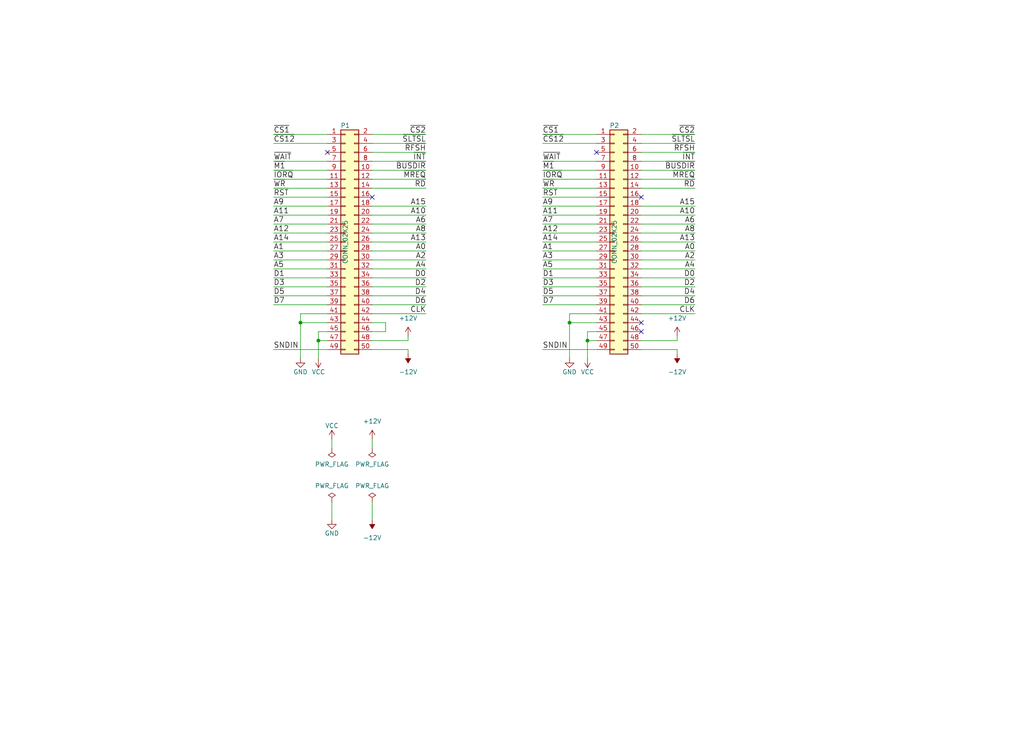
<source format=kicad_sch>
(kicad_sch (version 20211123) (generator eeschema)
  (paper "User" 289.992 210.007)
  (title_block (title "64KB ROM cartridge for MSX systems") (date "2016-01-14") (rev "01") (company "Alvaro Polo"))
  (lib_symbols
    (symbol "Connector_Generic:Conn_02x25_Odd_Even" (pin_names (offset 1.016) hide)
      (property "Reference" "J" (at 1.27 33.02 0))
      (property "Value" "Conn_02x25_Odd_Even" (at 1.27 -33.02 0))
      (symbol "Conn_02x25_Odd_Even_1_1"
        (rectangle (start -1.27 -30.353) (end 0 -30.607) (stroke (width 0.1524)))
        (rectangle (start -1.27 -27.813) (end 0 -28.067) (stroke (width 0.1524)))
        (rectangle (start -1.27 -25.273) (end 0 -25.527) (stroke (width 0.1524)))
        (rectangle (start -1.27 -22.733) (end 0 -22.987) (stroke (width 0.1524)))
        (rectangle (start -1.27 -20.193) (end 0 -20.447) (stroke (width 0.1524)))
        (rectangle (start -1.27 -17.653) (end 0 -17.907) (stroke (width 0.1524)))
        (rectangle (start -1.27 -15.113) (end 0 -15.367) (stroke (width 0.1524)))
        (rectangle (start -1.27 -12.573) (end 0 -12.827) (stroke (width 0.1524)))
        (rectangle (start -1.27 -10.033) (end 0 -10.287) (stroke (width 0.1524)))
        (rectangle (start -1.27 -7.493) (end 0 -7.747) (stroke (width 0.1524)))
        (rectangle (start -1.27 -4.953) (end 0 -5.207) (stroke (width 0.1524)))
        (rectangle (start -1.27 -2.413) (end 0 -2.667) (stroke (width 0.1524)))
        (rectangle (start -1.27 0.127) (end 0 -0.127) (stroke (width 0.1524)))
        (rectangle (start -1.27 2.667) (end 0 2.413) (stroke (width 0.1524)))
        (rectangle (start -1.27 5.207) (end 0 4.953) (stroke (width 0.1524)))
        (rectangle (start -1.27 7.747) (end 0 7.493) (stroke (width 0.1524)))
        (rectangle (start -1.27 10.287) (end 0 10.033) (stroke (width 0.1524)))
        (rectangle (start -1.27 12.827) (end 0 12.573) (stroke (width 0.1524)))
        (rectangle (start -1.27 15.367) (end 0 15.113) (stroke (width 0.1524)))
        (rectangle (start -1.27 17.907) (end 0 17.653) (stroke (width 0.1524)))
        (rectangle (start -1.27 20.447) (end 0 20.193) (stroke (width 0.1524)))
        (rectangle (start -1.27 22.987) (end 0 22.733) (stroke (width 0.1524)))
        (rectangle (start -1.27 25.527) (end 0 25.273) (stroke (width 0.1524)))
        (rectangle (start -1.27 28.067) (end 0 27.813) (stroke (width 0.1524)))
        (rectangle (start -1.27 30.607) (end 0 30.353) (stroke (width 0.1524)))
        (rectangle (start -1.27 31.75) (end 3.81 -31.75) (stroke (width 0.254)) (fill (type background)))
        (rectangle (start 3.81 -30.353) (end 2.54 -30.607) (stroke (width 0.1524)))
        (rectangle (start 3.81 -27.813) (end 2.54 -28.067) (stroke (width 0.1524)))
        (rectangle (start 3.81 -25.273) (end 2.54 -25.527) (stroke (width 0.1524)))
        (rectangle (start 3.81 -22.733) (end 2.54 -22.987) (stroke (width 0.1524)))
        (rectangle (start 3.81 -20.193) (end 2.54 -20.447) (stroke (width 0.1524)))
        (rectangle (start 3.81 -17.653) (end 2.54 -17.907) (stroke (width 0.1524)))
        (rectangle (start 3.81 -15.113) (end 2.54 -15.367) (stroke (width 0.1524)))
        (rectangle (start 3.81 -12.573) (end 2.54 -12.827) (stroke (width 0.1524)))
        (rectangle (start 3.81 -10.033) (end 2.54 -10.287) (stroke (width 0.1524)))
        (rectangle (start 3.81 -7.493) (end 2.54 -7.747) (stroke (width 0.1524)))
        (rectangle (start 3.81 -4.953) (end 2.54 -5.207) (stroke (width 0.1524)))
        (rectangle (start 3.81 -2.413) (end 2.54 -2.667) (stroke (width 0.1524)))
        (rectangle (start 3.81 0.127) (end 2.54 -0.127) (stroke (width 0.1524)))
        (rectangle (start 3.81 2.667) (end 2.54 2.413) (stroke (width 0.1524)))
        (rectangle (start 3.81 5.207) (end 2.54 4.953) (stroke (width 0.1524)))
        (rectangle (start 3.81 7.747) (end 2.54 7.493) (stroke (width 0.1524)))
        (rectangle (start 3.81 10.287) (end 2.54 10.033) (stroke (width 0.1524)))
        (rectangle (start 3.81 12.827) (end 2.54 12.573) (stroke (width 0.1524)))
        (rectangle (start 3.81 15.367) (end 2.54 15.113) (stroke (width 0.1524)))
        (rectangle (start 3.81 17.907) (end 2.54 17.653) (stroke (width 0.1524)))
        (rectangle (start 3.81 20.447) (end 2.54 20.193) (stroke (width 0.1524)))
        (rectangle (start 3.81 22.987) (end 2.54 22.733) (stroke (width 0.1524)))
        (rectangle (start 3.81 25.527) (end 2.54 25.273) (stroke (width 0.1524)))
        (rectangle (start 3.81 28.067) (end 2.54 27.813) (stroke (width 0.1524)))
        (rectangle (start 3.81 30.607) (end 2.54 30.353) (stroke (width 0.1524)))
        (pin passive line (at -5.08 30.48 0) (length 3.81) (name "Pin_1") (number "1"))
        (pin passive line (at 7.62 20.32 180) (length 3.81) (name "Pin_10") (number "10"))
        (pin passive line (at -5.08 17.78 0) (length 3.81) (name "Pin_11") (number "11"))
        (pin passive line (at 7.62 17.78 180) (length 3.81) (name "Pin_12") (number "12"))
        (pin passive line (at -5.08 15.24 0) (length 3.81) (name "Pin_13") (number "13"))
        (pin passive line (at 7.62 15.24 180) (length 3.81) (name "Pin_14") (number "14"))
        (pin passive line (at -5.08 12.7 0) (length 3.81) (name "Pin_15") (number "15"))
        (pin passive line (at 7.62 12.7 180) (length 3.81) (name "Pin_16") (number "16"))
        (pin passive line (at -5.08 10.16 0) (length 3.81) (name "Pin_17") (number "17"))
        (pin passive line (at 7.62 10.16 180) (length 3.81) (name "Pin_18") (number "18"))
        (pin passive line (at -5.08 7.62 0) (length 3.81) (name "Pin_19") (number "19"))
        (pin passive line (at 7.62 30.48 180) (length 3.81) (name "Pin_2") (number "2"))
        (pin passive line (at 7.62 7.62 180) (length 3.81) (name "Pin_20") (number "20"))
        (pin passive line (at -5.08 5.08 0) (length 3.81) (name "Pin_21") (number "21"))
        (pin passive line (at 7.62 5.08 180) (length 3.81) (name "Pin_22") (number "22"))
        (pin passive line (at -5.08 2.54 0) (length 3.81) (name "Pin_23") (number "23"))
        (pin passive line (at 7.62 2.54 180) (length 3.81) (name "Pin_24") (number "24"))
        (pin passive line (at -5.08 0 0) (length 3.81) (name "Pin_25") (number "25"))
        (pin passive line (at 7.62 0 180) (length 3.81) (name "Pin_26") (number "26"))
        (pin passive line (at -5.08 -2.54 0) (length 3.81) (name "Pin_27") (number "27"))
        (pin passive line (at 7.62 -2.54 180) (length 3.81) (name "Pin_28") (number "28"))
        (pin passive line (at -5.08 -5.08 0) (length 3.81) (name "Pin_29") (number "29"))
        (pin passive line (at -5.08 27.94 0) (length 3.81) (name "Pin_3") (number "3"))
        (pin passive line (at 7.62 -5.08 180) (length 3.81) (name "Pin_30") (number "30"))
        (pin passive line (at -5.08 -7.62 0) (length 3.81) (name "Pin_31") (number "31"))
        (pin passive line (at 7.62 -7.62 180) (length 3.81) (name "Pin_32") (number "32"))
        (pin passive line (at -5.08 -10.16 0) (length 3.81) (name "Pin_33") (number "33"))
        (pin passive line (at 7.62 -10.16 180) (length 3.81) (name "Pin_34") (number "34"))
        (pin passive line (at -5.08 -12.7 0) (length 3.81) (name "Pin_35") (number "35"))
        (pin passive line (at 7.62 -12.7 180) (length 3.81) (name "Pin_36") (number "36"))
        (pin passive line (at -5.08 -15.24 0) (length 3.81) (name "Pin_37") (number "37"))
        (pin passive line (at 7.62 -15.24 180) (length 3.81) (name "Pin_38") (number "38"))
        (pin passive line (at -5.08 -17.78 0) (length 3.81) (name "Pin_39") (number "39"))
        (pin passive line (at 7.62 27.94 180) (length 3.81) (name "Pin_4") (number "4"))
        (pin passive line (at 7.62 -17.78 180) (length 3.81) (name "Pin_40") (number "40"))
        (pin passive line (at -5.08 -20.32 0) (length 3.81) (name "Pin_41") (number "41"))
        (pin passive line (at 7.62 -20.32 180) (length 3.81) (name "Pin_42") (number "42"))
        (pin passive line (at -5.08 -22.86 0) (length 3.81) (name "Pin_43") (number "43"))
        (pin passive line (at 7.62 -22.86 180) (length 3.81) (name "Pin_44") (number "44"))
        (pin passive line (at -5.08 -25.4 0) (length 3.81) (name "Pin_45") (number "45"))
        (pin passive line (at 7.62 -25.4 180) (length 3.81) (name "Pin_46") (number "46"))
        (pin passive line (at -5.08 -27.94 0) (length 3.81) (name "Pin_47") (number "47"))
        (pin passive line (at 7.62 -27.94 180) (length 3.81) (name "Pin_48") (number "48"))
        (pin passive line (at -5.08 -30.48 0) (length 3.81) (name "Pin_49") (number "49"))
        (pin passive line (at -5.08 25.4 0) (length 3.81) (name "Pin_5") (number "5"))
        (pin passive line (at 7.62 -30.48 180) (length 3.81) (name "Pin_50") (number "50"))
        (pin passive line (at 7.62 25.4 180) (length 3.81) (name "Pin_6") (number "6"))
        (pin passive line (at -5.08 22.86 0) (length 3.81) (name "Pin_7") (number "7"))
        (pin passive line (at 7.62 22.86 180) (length 3.81) (name "Pin_8") (number "8"))
        (pin passive line (at -5.08 20.32 0) (length 3.81) (name "Pin_9") (number "9"))
      )
    )
    (symbol "power:+12V" (power) (pin_names (offset 0))
      (property "Value" "+12V" (at 0 3.556 0))
      (symbol "+12V_0_1"
        (polyline (pts (xy -0.762 1.27) (xy 0 2.54)))
        (polyline (pts (xy 0 0) (xy 0 2.54)))
        (polyline (pts (xy 0 2.54) (xy 0.762 1.27)))
      )
      (symbol "+12V_1_1"
        (pin power_in line (at 0 0 90) (length 0) hide (name "+12V") (number "1"))
      )
    )
    (symbol "power:-12V" (power) (pin_names (offset 0))
      (property "Value" "-12V" (at 0 3.81 0))
      (symbol "-12V_0_0"
        (pin power_in line (at 0 0 90) (length 0) hide (name "-12V") (number "1"))
      )
      (symbol "-12V_0_1"
        (polyline (pts (xy 0 0) (xy 0 1.27) (xy 0.762 1.27) (xy 0 2.54) (xy -0.762 1.27) (xy 0 1.27)) (fill (type outline)))
      )
    )
    (symbol "power:GND" (power) (pin_names (offset 0))
      (property "Value" "GND" (at 0 -3.81 0))
      (symbol "GND_0_1"
        (polyline (pts (xy 0 0) (xy 0 -1.27) (xy 1.27 -1.27) (xy 0 -2.54) (xy -1.27 -1.27) (xy 0 -1.27)))
      )
      (symbol "GND_1_1"
        (pin power_in line (at 0 0 270) (length 0) hide (name "GND") (number "1"))
      )
    )
    (symbol "power:PWR_FLAG" (power) (pin_numbers hide) (pin_names (offset 0) hide)
      (property "Value" "PWR_FLAG" (at 0 3.81 0))
      (symbol "PWR_FLAG_0_0"
        (pin power_out line (at 0 0 90) (length 0) (name "pwr") (number "1"))
      )
      (symbol "PWR_FLAG_0_1"
        (polyline (pts (xy 0 0) (xy 0 1.27) (xy -1.016 1.905) (xy 0 2.54) (xy 1.016 1.905) (xy 0 1.27)))
      )
    )
    (symbol "power:VCC" (power) (pin_names (offset 0))
      (property "Value" "VCC" (at 0 3.81 0))
      (symbol "VCC_0_1"
        (polyline (pts (xy -0.762 1.27) (xy 0 2.54)))
        (polyline (pts (xy 0 0) (xy 0 2.54)))
        (polyline (pts (xy 0 2.54) (xy 0.762 1.27)))
      )
      (symbol "VCC_1_1"
        (pin power_in line (at 0 0 90) (length 0) hide (name "VCC") (number "1"))
      )
    )
  )
  (junction (at 85.09 91.44))
  (junction (at 161.29 91.44))
  (junction (at 90.17 96.52))
  (junction (at 166.37 96.52))
  (no_connect (at 105.41 55.88))
  (no_connect (at 181.61 55.88))
  (no_connect (at 168.91 43.18))
  (no_connect (at 181.61 93.98))
  (no_connect (at 181.61 91.44))
  (no_connect (at 92.71 43.18))
  (wire (pts (xy 105.41 48.26) (xy 120.65 48.26)))
  (wire (pts (xy 153.67 78.74) (xy 168.91 78.74)))
  (wire (pts (xy 105.41 88.9) (xy 120.65 88.9)))
  (wire (pts (xy 153.67 76.2) (xy 168.91 76.2)))
  (wire (pts (xy 105.41 83.82) (xy 120.65 83.82)))
  (wire (pts (xy 93.98 142.24) (xy 93.98 147.32)))
  (wire (pts (xy 105.41 40.64) (xy 120.65 40.64)))
  (wire (pts (xy 105.41 86.36) (xy 120.65 86.36)))
  (wire (pts (xy 105.41 60.96) (xy 120.65 60.96)))
  (wire (pts (xy 166.37 96.52) (xy 166.37 101.6)))
  (wire (pts (xy 181.61 60.96) (xy 196.85 60.96)))
  (wire (pts (xy 77.47 76.2) (xy 92.71 76.2)))
  (wire (pts (xy 153.67 40.64) (xy 168.91 40.64)))
  (wire (pts (xy 153.67 83.82) (xy 168.91 83.82)))
  (wire (pts (xy 77.47 38.1) (xy 92.71 38.1)))
  (wire (pts (xy 181.61 48.26) (xy 196.85 48.26)))
  (wire (pts (xy 90.17 96.52) (xy 90.17 101.6)))
  (wire (pts (xy 105.41 73.66) (xy 120.65 73.66)))
  (wire (pts (xy 92.71 96.52) (xy 90.17 96.52)))
  (wire (pts (xy 77.47 45.72) (xy 92.71 45.72)))
  (wire (pts (xy 105.41 124.46) (xy 105.41 127)))
  (wire (pts (xy 77.47 58.42) (xy 92.71 58.42)))
  (wire (pts (xy 77.47 60.96) (xy 92.71 60.96)))
  (wire (pts (xy 153.67 58.42) (xy 168.91 58.42)))
  (wire (pts (xy 153.67 53.34) (xy 168.91 53.34)))
  (wire (pts (xy 153.67 55.88) (xy 168.91 55.88)))
  (wire (pts (xy 105.41 43.18) (xy 120.65 43.18)))
  (wire (pts (xy 105.41 58.42) (xy 120.65 58.42)))
  (wire (pts (xy 105.41 66.04) (xy 120.65 66.04)))
  (wire (pts (xy 153.67 81.28) (xy 168.91 81.28)))
  (wire (pts (xy 105.41 45.72) (xy 120.65 45.72)))
  (wire (pts (xy 166.37 93.98) (xy 166.37 96.52)))
  (wire (pts (xy 77.47 66.04) (xy 92.71 66.04)))
  (wire (pts (xy 92.71 91.44) (xy 85.09 91.44)))
  (wire (pts (xy 191.77 99.06) (xy 191.77 100.33)))
  (wire (pts (xy 105.41 68.58) (xy 120.65 68.58)))
  (wire (pts (xy 105.41 38.1) (xy 120.65 38.1)))
  (wire (pts (xy 105.41 91.44) (xy 109.22 91.44)))
  (wire (pts (xy 181.61 78.74) (xy 196.85 78.74)))
  (wire (pts (xy 161.29 88.9) (xy 161.29 91.44)))
  (wire (pts (xy 181.61 68.58) (xy 196.85 68.58)))
  (wire (pts (xy 105.41 50.8) (xy 120.65 50.8)))
  (wire (pts (xy 105.41 81.28) (xy 120.65 81.28)))
  (wire (pts (xy 181.61 50.8) (xy 196.85 50.8)))
  (wire (pts (xy 115.57 99.06) (xy 115.57 100.33)))
  (wire (pts (xy 105.41 53.34) (xy 120.65 53.34)))
  (wire (pts (xy 153.67 50.8) (xy 168.91 50.8)))
  (wire (pts (xy 181.61 73.66) (xy 196.85 73.66)))
  (wire (pts (xy 181.61 58.42) (xy 196.85 58.42)))
  (wire (pts (xy 181.61 45.72) (xy 196.85 45.72)))
  (wire (pts (xy 115.57 96.52) (xy 115.57 95.25)))
  (wire (pts (xy 153.67 66.04) (xy 168.91 66.04)))
  (wire (pts (xy 181.61 99.06) (xy 191.77 99.06)))
  (wire (pts (xy 181.61 86.36) (xy 196.85 86.36)))
  (wire (pts (xy 181.61 66.04) (xy 196.85 66.04)))
  (wire (pts (xy 77.47 63.5) (xy 92.71 63.5)))
  (wire (pts (xy 77.47 53.34) (xy 92.71 53.34)))
  (wire (pts (xy 85.09 91.44) (xy 85.09 101.6)))
  (wire (pts (xy 105.41 99.06) (xy 115.57 99.06)))
  (wire (pts (xy 77.47 78.74) (xy 92.71 78.74)))
  (wire (pts (xy 168.91 96.52) (xy 166.37 96.52)))
  (wire (pts (xy 181.61 96.52) (xy 191.77 96.52)))
  (wire (pts (xy 90.17 93.98) (xy 92.71 93.98)))
  (wire (pts (xy 161.29 91.44) (xy 161.29 101.6)))
  (wire (pts (xy 191.77 96.52) (xy 191.77 95.25)))
  (wire (pts (xy 153.67 60.96) (xy 168.91 60.96)))
  (wire (pts (xy 105.41 71.12) (xy 120.65 71.12)))
  (wire (pts (xy 181.61 71.12) (xy 196.85 71.12)))
  (wire (pts (xy 90.17 93.98) (xy 90.17 96.52)))
  (wire (pts (xy 77.47 81.28) (xy 92.71 81.28)))
  (wire (pts (xy 105.41 93.98) (xy 109.22 93.98)))
  (wire (pts (xy 77.47 55.88) (xy 92.71 55.88)))
  (wire (pts (xy 105.41 76.2) (xy 120.65 76.2)))
  (wire (pts (xy 77.47 40.64) (xy 92.71 40.64)))
  (wire (pts (xy 105.41 142.24) (xy 105.41 147.32)))
  (wire (pts (xy 77.47 83.82) (xy 92.71 83.82)))
  (wire (pts (xy 181.61 76.2) (xy 196.85 76.2)))
  (wire (pts (xy 77.47 71.12) (xy 92.71 71.12)))
  (wire (pts (xy 77.47 86.36) (xy 92.71 86.36)))
  (wire (pts (xy 153.67 38.1) (xy 168.91 38.1)))
  (wire (pts (xy 153.67 48.26) (xy 168.91 48.26)))
  (wire (pts (xy 77.47 99.06) (xy 92.71 99.06)))
  (wire (pts (xy 153.67 63.5) (xy 168.91 63.5)))
  (wire (pts (xy 109.22 93.98) (xy 109.22 91.44)))
  (wire (pts (xy 77.47 68.58) (xy 92.71 68.58)))
  (wire (pts (xy 92.71 88.9) (xy 85.09 88.9)))
  (wire (pts (xy 181.61 63.5) (xy 196.85 63.5)))
  (wire (pts (xy 105.41 78.74) (xy 120.65 78.74)))
  (wire (pts (xy 166.37 93.98) (xy 168.91 93.98)))
  (wire (pts (xy 77.47 73.66) (xy 92.71 73.66)))
  (wire (pts (xy 153.67 73.66) (xy 168.91 73.66)))
  (wire (pts (xy 153.67 45.72) (xy 168.91 45.72)))
  (wire (pts (xy 77.47 48.26) (xy 92.71 48.26)))
  (wire (pts (xy 181.61 88.9) (xy 196.85 88.9)))
  (wire (pts (xy 168.91 88.9) (xy 161.29 88.9)))
  (wire (pts (xy 93.98 124.46) (xy 93.98 127)))
  (wire (pts (xy 181.61 53.34) (xy 196.85 53.34)))
  (wire (pts (xy 105.41 63.5) (xy 120.65 63.5)))
  (wire (pts (xy 168.91 91.44) (xy 161.29 91.44)))
  (wire (pts (xy 153.67 68.58) (xy 168.91 68.58)))
  (wire (pts (xy 85.09 88.9) (xy 85.09 91.44)))
  (wire (pts (xy 181.61 81.28) (xy 196.85 81.28)))
  (wire (pts (xy 181.61 43.18) (xy 196.85 43.18)))
  (wire (pts (xy 181.61 38.1) (xy 196.85 38.1)))
  (wire (pts (xy 77.47 50.8) (xy 92.71 50.8)))
  (wire (pts (xy 105.41 96.52) (xy 115.57 96.52)))
  (wire (pts (xy 181.61 83.82) (xy 196.85 83.82)))
  (wire (pts (xy 153.67 86.36) (xy 168.91 86.36)))
  (wire (pts (xy 153.67 99.06) (xy 168.91 99.06)))
  (wire (pts (xy 181.61 40.64) (xy 196.85 40.64)))
  (wire (pts (xy 153.67 71.12) (xy 168.91 71.12)))
  (label "~{IORQ}" (at 153.67 50.8 0) (effects (font (size 1.524 1.524))))
  (label "A4" (at 196.85 76.2 180) (effects (font (size 1.524 1.524))))
  (label "~{RST}" (at 153.67 55.88 0) (effects (font (size 1.524 1.524))))
  (label "A0" (at 120.65 71.12 180) (effects (font (size 1.524 1.524))))
  (label "D5" (at 77.47 83.82 0) (effects (font (size 1.524 1.524))))
  (label "D1" (at 77.47 78.74 0) (effects (font (size 1.524 1.524))))
  (label "A13" (at 120.65 68.58 180) (effects (font (size 1.524 1.524))))
  (label "A3" (at 153.67 73.66 0) (effects (font (size 1.524 1.524))))
  (label "~{BUSDIR}" (at 196.85 48.26 180) (effects (font (size 1.524 1.524))))
  (label "~{MREQ}" (at 120.65 50.8 180) (effects (font (size 1.524 1.524))))
  (label "A13" (at 196.85 68.58 180) (effects (font (size 1.524 1.524))))
  (label "SNDIN" (at 153.67 99.06 0) (effects (font (size 1.524 1.524))))
  (label "D2" (at 120.65 81.28 180) (effects (font (size 1.524 1.524))))
  (label "A10" (at 196.85 60.96 180) (effects (font (size 1.524 1.524))))
  (label "A3" (at 77.47 73.66 0) (effects (font (size 1.524 1.524))))
  (label "A11" (at 77.47 60.96 0) (effects (font (size 1.524 1.524))))
  (label "CLK" (at 120.65 88.9 180) (effects (font (size 1.524 1.524))))
  (label "A7" (at 77.47 63.5 0) (effects (font (size 1.524 1.524))))
  (label "A7" (at 153.67 63.5 0) (effects (font (size 1.524 1.524))))
  (label "D3" (at 153.67 81.28 0) (effects (font (size 1.524 1.524))))
  (label "~{IORQ}" (at 77.47 50.8 0) (effects (font (size 1.524 1.524))))
  (label "~{INT}" (at 196.85 45.72 180) (effects (font (size 1.524 1.524))))
  (label "D6" (at 196.85 86.36 180) (effects (font (size 1.524 1.524))))
  (label "A6" (at 120.65 63.5 180) (effects (font (size 1.524 1.524))))
  (label "~{RFSH}" (at 196.85 43.18 180) (effects (font (size 1.524 1.524))))
  (label "D4" (at 120.65 83.82 180) (effects (font (size 1.524 1.524))))
  (label "A12" (at 153.67 66.04 0) (effects (font (size 1.524 1.524))))
  (label "CLK" (at 196.85 88.9 180) (effects (font (size 1.524 1.524))))
  (label "~{CS1}" (at 77.47 38.1 0) (effects (font (size 1.524 1.524))))
  (label "~{RFSH}" (at 120.65 43.18 180) (effects (font (size 1.524 1.524))))
  (label "A2" (at 120.65 73.66 180) (effects (font (size 1.524 1.524))))
  (label "A9" (at 153.67 58.42 0) (effects (font (size 1.524 1.524))))
  (label "~{CS1}" (at 153.67 38.1 0) (effects (font (size 1.524 1.524))))
  (label "D0" (at 120.65 78.74 180) (effects (font (size 1.524 1.524))))
  (label "A15" (at 196.85 58.42 180) (effects (font (size 1.524 1.524))))
  (label "D1" (at 153.67 78.74 0) (effects (font (size 1.524 1.524))))
  (label "A15" (at 120.65 58.42 180) (effects (font (size 1.524 1.524))))
  (label "~{WAIT}" (at 153.67 45.72 0) (effects (font (size 1.524 1.524))))
  (label "A2" (at 196.85 73.66 180) (effects (font (size 1.524 1.524))))
  (label "A14" (at 77.47 68.58 0) (effects (font (size 1.524 1.524))))
  (label "~{SLTSL}" (at 120.65 40.64 180) (effects (font (size 1.524 1.524))))
  (label "~{RST}" (at 77.47 55.88 0) (effects (font (size 1.524 1.524))))
  (label "~{M1}" (at 153.67 48.26 0) (effects (font (size 1.524 1.524))))
  (label "D7" (at 77.47 86.36 0) (effects (font (size 1.524 1.524))))
  (label "A9" (at 77.47 58.42 0) (effects (font (size 1.524 1.524))))
  (label "~{WR}" (at 153.67 53.34 0) (effects (font (size 1.524 1.524))))
  (label "~{WAIT}" (at 77.47 45.72 0) (effects (font (size 1.524 1.524))))
  (label "D2" (at 196.85 81.28 180) (effects (font (size 1.524 1.524))))
  (label "SNDIN" (at 77.47 99.06 0) (effects (font (size 1.524 1.524))))
  (label "~{CS12}" (at 153.67 40.64 0) (effects (font (size 1.524 1.524))))
  (label "D6" (at 120.65 86.36 180) (effects (font (size 1.524 1.524))))
  (label "D3" (at 77.47 81.28 0) (effects (font (size 1.524 1.524))))
  (label "~{WR}" (at 77.47 53.34 0) (effects (font (size 1.524 1.524))))
  (label "~{RD}" (at 196.85 53.34 180) (effects (font (size 1.524 1.524))))
  (label "~{CS12}" (at 77.47 40.64 0) (effects (font (size 1.524 1.524))))
  (label "D0" (at 196.85 78.74 180) (effects (font (size 1.524 1.524))))
  (label "~{BUSDIR}" (at 120.65 48.26 180) (effects (font (size 1.524 1.524))))
  (label "A6" (at 196.85 63.5 180) (effects (font (size 1.524 1.524))))
  (label "A14" (at 153.67 68.58 0) (effects (font (size 1.524 1.524))))
  (label "~{MREQ}" (at 196.85 50.8 180) (effects (font (size 1.524 1.524))))
  (label "A1" (at 77.47 71.12 0) (effects (font (size 1.524 1.524))))
  (label "~{CS2}" (at 120.65 38.1 180) (effects (font (size 1.524 1.524))))
  (label "A12" (at 77.47 66.04 0) (effects (font (size 1.524 1.524))))
  (label "A4" (at 120.65 76.2 180) (effects (font (size 1.524 1.524))))
  (label "A8" (at 120.65 66.04 180) (effects (font (size 1.524 1.524))))
  (label "A5" (at 153.67 76.2 0) (effects (font (size 1.524 1.524))))
  (label "A1" (at 153.67 71.12 0) (effects (font (size 1.524 1.524))))
  (label "~{M1}" (at 77.47 48.26 0) (effects (font (size 1.524 1.524))))
  (label "~{SLTSL}" (at 196.85 40.64 180) (effects (font (size 1.524 1.524))))
  (label "~{INT}" (at 120.65 45.72 180) (effects (font (size 1.524 1.524))))
  (label "A11" (at 153.67 60.96 0) (effects (font (size 1.524 1.524))))
  (label "D5" (at 153.67 83.82 0) (effects (font (size 1.524 1.524))))
  (label "D7" (at 153.67 86.36 0) (effects (font (size 1.524 1.524))))
  (label "A8" (at 196.85 66.04 180) (effects (font (size 1.524 1.524))))
  (label "~{RD}" (at 120.65 53.34 180) (effects (font (size 1.524 1.524))))
  (label "A0" (at 196.85 71.12 180) (effects (font (size 1.524 1.524))))
  (label "~{CS2}" (at 196.85 38.1 180) (effects (font (size 1.524 1.524))))
  (label "A5" (at 77.47 76.2 0) (effects (font (size 1.524 1.524))))
  (label "D4" (at 196.85 83.82 180) (effects (font (size 1.524 1.524))))
  (label "A10" (at 120.65 60.96 180) (effects (font (size 1.524 1.524))))
  (symbol (lib_id "Connector_Generic:Conn_02x25_Odd_Even") (at 97.79 68.58 0) (unit 1)
    (property "Reference" "P1" (at 97.79 35.56 0))
    (property "Value" "CONN_02X25" (at 97.79 68.58 90))
    (property "Footprint" "msx:msx_cartridge" (effects hide))
  )
  (symbol (lib_id "power:GND") (at 85.09 101.6 0) (unit 1)
    (property "Reference" "#PWR01" (effects hide))
    (property "Value" "GND" (at 85.09 105.41 0))
  )
  (symbol (lib_id "power:VCC") (at 90.17 101.6 180) (unit 1)
    (property "Reference" "#PWR02" (effects hide))
    (property "Value" "VCC" (at 90.17 105.41 0))
  )
  (symbol (lib_id "power:GND") (at 93.98 147.32 0) (unit 1)
    (property "Reference" "#PWR04" (effects hide))
    (property "Value" "GND" (at 93.98 151.13 0))
  )
  (symbol (lib_id "power:VCC") (at 93.98 124.46 0) (unit 1)
    (property "Reference" "#PWR05" (effects hide))
    (property "Value" "VCC" (at 93.98 120.65 0))
  )
  (symbol (lib_id "power:PWR_FLAG") (at 93.98 127 180) (unit 1)
    (property "Reference" "#FLG06" (effects hide))
    (property "Value" "PWR_FLAG" (at 93.98 131.572 0))
  )
  (symbol (lib_id "Connector_Generic:Conn_02x25_Odd_Even") (at 173.99 68.58 0) (unit 1)
    (property "Reference" "P2" (at 173.99 35.56 0))
    (property "Value" "CONN_02X25" (at 173.99 68.58 90))
    (property "Footprint" "Connector_IDC:IDC-Header_2x25_P2.54mm_Horizontal" (effects hide))
  )
  (symbol (lib_id "power:-12V") (at 191.77 100.33 180) (unit 1)
    (property "Reference" "#PWR0106" (effects hide))
    (property "Value" "-12V" (at 191.77 105.41 0))
  )
  (symbol (lib_id "power:-12V") (at 115.57 100.33 180) (unit 1)
    (property "Reference" "#PWR0102" (effects hide))
    (property "Value" "-12V" (at 115.57 105.41 0))
  )
  (symbol (lib_id "power:+12V") (at 191.77 95.25 0) (unit 1)
    (property "Reference" "#PWR0105" (effects hide))
    (property "Value" "+12V" (at 191.77 90.17 0))
  )
  (symbol (lib_id "power:PWR_FLAG") (at 105.41 127 180) (unit 1)
    (property "Reference" "#FLG0103" (effects hide))
    (property "Value" "PWR_FLAG" (at 105.41 131.572 0))
  )
  (symbol (lib_id "power:+12V") (at 115.57 95.25 0) (unit 1)
    (property "Reference" "#PWR0101" (effects hide))
    (property "Value" "+12V" (at 115.57 90.17 0))
  )
  (symbol (lib_id "power:GND") (at 161.29 101.6 0) (unit 1)
    (property "Reference" "#PWR0107" (effects hide))
    (property "Value" "GND" (at 161.29 105.41 0))
  )
  (symbol (lib_id "power:+12V") (at 105.41 124.46 0) (unit 1)
    (property "Reference" "#PWR0104" (effects hide))
    (property "Value" "+12V" (at 105.41 119.38 0))
  )
  (symbol (lib_id "power:VCC") (at 166.37 101.6 180) (unit 1)
    (property "Reference" "#PWR0108" (effects hide))
    (property "Value" "VCC" (at 166.37 105.41 0))
  )
  (symbol (lib_id "power:PWR_FLAG") (at 93.98 142.24 0) (unit 1)
    (property "Reference" "#FLG0101" (effects hide))
    (property "Value" "PWR_FLAG" (at 93.98 137.668 0))
  )
  (symbol (lib_id "power:PWR_FLAG") (at 105.41 142.24 0) (unit 1)
    (property "Reference" "#FLG0102" (effects hide))
    (property "Value" "PWR_FLAG" (at 105.41 137.668 0))
  )
  (symbol (lib_id "power:-12V") (at 105.41 147.32 180) (unit 1)
    (property "Reference" "#PWR0103" (effects hide))
    (property "Value" "-12V" (at 105.41 152.4 0))
  )
)
</source>
